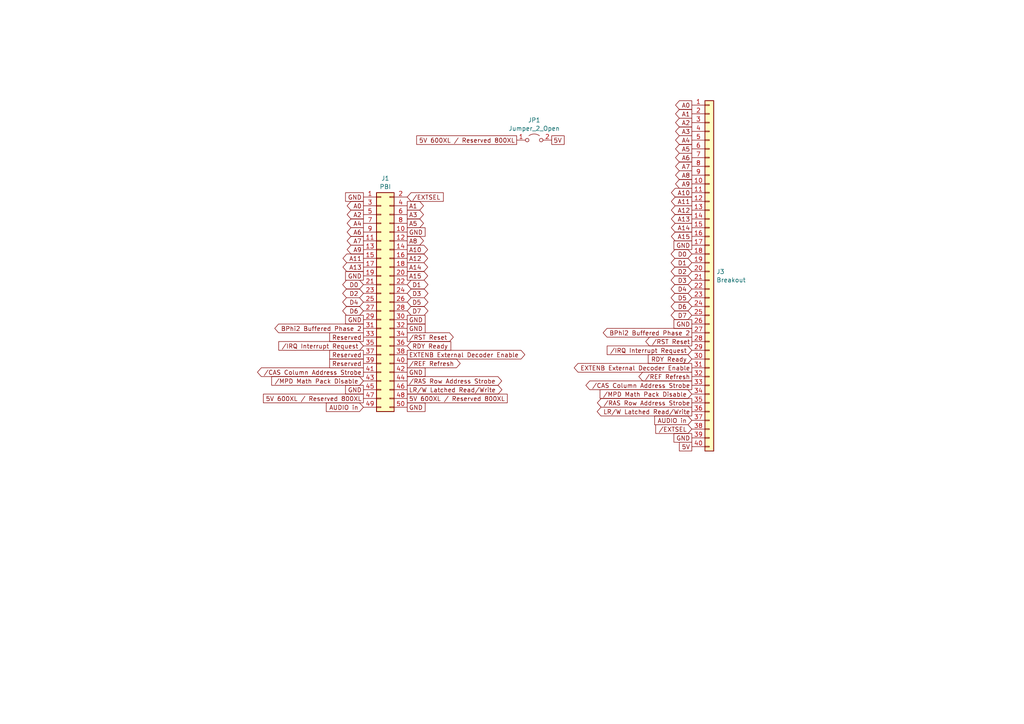
<source format=kicad_sch>
(kicad_sch (version 20230121) (generator eeschema)
  (paper "A4")
  (title_block (title "PBI breakout board") (date "2024-01-17") (rev "1"))
  (lib_symbols
    (symbol "Connector_Generic:Conn_01x40" (pin_names (offset 1.016) hide)
      (property "Reference" "J" (at 0 50.8 0))
      (property "Value" "Conn_01x40" (at 0 -53.34 0))
      (symbol "Conn_01x40_1_1"
        (rectangle (start -1.27 -50.673) (end 0 -50.927) (stroke (width 0.1524)))
        (rectangle (start -1.27 -48.133) (end 0 -48.387) (stroke (width 0.1524)))
        (rectangle (start -1.27 -45.593) (end 0 -45.847) (stroke (width 0.1524)))
        (rectangle (start -1.27 -43.053) (end 0 -43.307) (stroke (width 0.1524)))
        (rectangle (start -1.27 -40.513) (end 0 -40.767) (stroke (width 0.1524)))
        (rectangle (start -1.27 -37.973) (end 0 -38.227) (stroke (width 0.1524)))
        (rectangle (start -1.27 -35.433) (end 0 -35.687) (stroke (width 0.1524)))
        (rectangle (start -1.27 -32.893) (end 0 -33.147) (stroke (width 0.1524)))
        (rectangle (start -1.27 -30.353) (end 0 -30.607) (stroke (width 0.1524)))
        (rectangle (start -1.27 -27.813) (end 0 -28.067) (stroke (width 0.1524)))
        (rectangle (start -1.27 -25.273) (end 0 -25.527) (stroke (width 0.1524)))
        (rectangle (start -1.27 -22.733) (end 0 -22.987) (stroke (width 0.1524)))
        (rectangle (start -1.27 -20.193) (end 0 -20.447) (stroke (width 0.1524)))
        (rectangle (start -1.27 -17.653) (end 0 -17.907) (stroke (width 0.1524)))
        (rectangle (start -1.27 -15.113) (end 0 -15.367) (stroke (width 0.1524)))
        (rectangle (start -1.27 -12.573) (end 0 -12.827) (stroke (width 0.1524)))
        (rectangle (start -1.27 -10.033) (end 0 -10.287) (stroke (width 0.1524)))
        (rectangle (start -1.27 -7.493) (end 0 -7.747) (stroke (width 0.1524)))
        (rectangle (start -1.27 -4.953) (end 0 -5.207) (stroke (width 0.1524)))
        (rectangle (start -1.27 -2.413) (end 0 -2.667) (stroke (width 0.1524)))
        (rectangle (start -1.27 0.127) (end 0 -0.127) (stroke (width 0.1524)))
        (rectangle (start -1.27 2.667) (end 0 2.413) (stroke (width 0.1524)))
        (rectangle (start -1.27 5.207) (end 0 4.953) (stroke (width 0.1524)))
        (rectangle (start -1.27 7.747) (end 0 7.493) (stroke (width 0.1524)))
        (rectangle (start -1.27 10.287) (end 0 10.033) (stroke (width 0.1524)))
        (rectangle (start -1.27 12.827) (end 0 12.573) (stroke (width 0.1524)))
        (rectangle (start -1.27 15.367) (end 0 15.113) (stroke (width 0.1524)))
        (rectangle (start -1.27 17.907) (end 0 17.653) (stroke (width 0.1524)))
        (rectangle (start -1.27 20.447) (end 0 20.193) (stroke (width 0.1524)))
        (rectangle (start -1.27 22.987) (end 0 22.733) (stroke (width 0.1524)))
        (rectangle (start -1.27 25.527) (end 0 25.273) (stroke (width 0.1524)))
        (rectangle (start -1.27 28.067) (end 0 27.813) (stroke (width 0.1524)))
        (rectangle (start -1.27 30.607) (end 0 30.353) (stroke (width 0.1524)))
        (rectangle (start -1.27 33.147) (end 0 32.893) (stroke (width 0.1524)))
        (rectangle (start -1.27 35.687) (end 0 35.433) (stroke (width 0.1524)))
        (rectangle (start -1.27 38.227) (end 0 37.973) (stroke (width 0.1524)))
        (rectangle (start -1.27 40.767) (end 0 40.513) (stroke (width 0.1524)))
        (rectangle (start -1.27 43.307) (end 0 43.053) (stroke (width 0.1524)))
        (rectangle (start -1.27 45.847) (end 0 45.593) (stroke (width 0.1524)))
        (rectangle (start -1.27 48.387) (end 0 48.133) (stroke (width 0.1524)))
        (rectangle (start -1.27 49.53) (end 1.27 -52.07) (stroke (width 0.254)) (fill (type background)))
        (pin passive line (at -5.08 48.26 0) (length 3.81) (name "Pin_1") (number "1"))
        (pin passive line (at -5.08 25.4 0) (length 3.81) (name "Pin_10") (number "10"))
        (pin passive line (at -5.08 22.86 0) (length 3.81) (name "Pin_11") (number "11"))
        (pin passive line (at -5.08 20.32 0) (length 3.81) (name "Pin_12") (number "12"))
        (pin passive line (at -5.08 17.78 0) (length 3.81) (name "Pin_13") (number "13"))
        (pin passive line (at -5.08 15.24 0) (length 3.81) (name "Pin_14") (number "14"))
        (pin passive line (at -5.08 12.7 0) (length 3.81) (name "Pin_15") (number "15"))
        (pin passive line (at -5.08 10.16 0) (length 3.81) (name "Pin_16") (number "16"))
        (pin passive line (at -5.08 7.62 0) (length 3.81) (name "Pin_17") (number "17"))
        (pin passive line (at -5.08 5.08 0) (length 3.81) (name "Pin_18") (number "18"))
        (pin passive line (at -5.08 2.54 0) (length 3.81) (name "Pin_19") (number "19"))
        (pin passive line (at -5.08 45.72 0) (length 3.81) (name "Pin_2") (number "2"))
        (pin passive line (at -5.08 0 0) (length 3.81) (name "Pin_20") (number "20"))
        (pin passive line (at -5.08 -2.54 0) (length 3.81) (name "Pin_21") (number "21"))
        (pin passive line (at -5.08 -5.08 0) (length 3.81) (name "Pin_22") (number "22"))
        (pin passive line (at -5.08 -7.62 0) (length 3.81) (name "Pin_23") (number "23"))
        (pin passive line (at -5.08 -10.16 0) (length 3.81) (name "Pin_24") (number "24"))
        (pin passive line (at -5.08 -12.7 0) (length 3.81) (name "Pin_25") (number "25"))
        (pin passive line (at -5.08 -15.24 0) (length 3.81) (name "Pin_26") (number "26"))
        (pin passive line (at -5.08 -17.78 0) (length 3.81) (name "Pin_27") (number "27"))
        (pin passive line (at -5.08 -20.32 0) (length 3.81) (name "Pin_28") (number "28"))
        (pin passive line (at -5.08 -22.86 0) (length 3.81) (name "Pin_29") (number "29"))
        (pin passive line (at -5.08 43.18 0) (length 3.81) (name "Pin_3") (number "3"))
        (pin passive line (at -5.08 -25.4 0) (length 3.81) (name "Pin_30") (number "30"))
        (pin passive line (at -5.08 -27.94 0) (length 3.81) (name "Pin_31") (number "31"))
        (pin passive line (at -5.08 -30.48 0) (length 3.81) (name "Pin_32") (number "32"))
        (pin passive line (at -5.08 -33.02 0) (length 3.81) (name "Pin_33") (number "33"))
        (pin passive line (at -5.08 -35.56 0) (length 3.81) (name "Pin_34") (number "34"))
        (pin passive line (at -5.08 -38.1 0) (length 3.81) (name "Pin_35") (number "35"))
        (pin passive line (at -5.08 -40.64 0) (length 3.81) (name "Pin_36") (number "36"))
        (pin passive line (at -5.08 -43.18 0) (length 3.81) (name "Pin_37") (number "37"))
        (pin passive line (at -5.08 -45.72 0) (length 3.81) (name "Pin_38") (number "38"))
        (pin passive line (at -5.08 -48.26 0) (length 3.81) (name "Pin_39") (number "39"))
        (pin passive line (at -5.08 40.64 0) (length 3.81) (name "Pin_4") (number "4"))
        (pin passive line (at -5.08 -50.8 0) (length 3.81) (name "Pin_40") (number "40"))
        (pin passive line (at -5.08 38.1 0) (length 3.81) (name "Pin_5") (number "5"))
        (pin passive line (at -5.08 35.56 0) (length 3.81) (name "Pin_6") (number "6"))
        (pin passive line (at -5.08 33.02 0) (length 3.81) (name "Pin_7") (number "7"))
        (pin passive line (at -5.08 30.48 0) (length 3.81) (name "Pin_8") (number "8"))
        (pin passive line (at -5.08 27.94 0) (length 3.81) (name "Pin_9") (number "9"))
      )
    )
    (symbol "Connector_Generic:Conn_02x25_Odd_Even" (pin_names (offset 1.016) hide)
      (property "Reference" "J" (at 1.27 33.02 0))
      (property "Value" "Conn_02x25_Odd_Even" (at 1.27 -33.02 0))
      (symbol "Conn_02x25_Odd_Even_1_1"
        (rectangle (start -1.27 -30.353) (end 0 -30.607) (stroke (width 0.1524)))
        (rectangle (start -1.27 -27.813) (end 0 -28.067) (stroke (width 0.1524)))
        (rectangle (start -1.27 -25.273) (end 0 -25.527) (stroke (width 0.1524)))
        (rectangle (start -1.27 -22.733) (end 0 -22.987) (stroke (width 0.1524)))
        (rectangle (start -1.27 -20.193) (end 0 -20.447) (stroke (width 0.1524)))
        (rectangle (start -1.27 -17.653) (end 0 -17.907) (stroke (width 0.1524)))
        (rectangle (start -1.27 -15.113) (end 0 -15.367) (stroke (width 0.1524)))
        (rectangle (start -1.27 -12.573) (end 0 -12.827) (stroke (width 0.1524)))
        (rectangle (start -1.27 -10.033) (end 0 -10.287) (stroke (width 0.1524)))
        (rectangle (start -1.27 -7.493) (end 0 -7.747) (stroke (width 0.1524)))
        (rectangle (start -1.27 -4.953) (end 0 -5.207) (stroke (width 0.1524)))
        (rectangle (start -1.27 -2.413) (end 0 -2.667) (stroke (width 0.1524)))
        (rectangle (start -1.27 0.127) (end 0 -0.127) (stroke (width 0.1524)))
        (rectangle (start -1.27 2.667) (end 0 2.413) (stroke (width 0.1524)))
        (rectangle (start -1.27 5.207) (end 0 4.953) (stroke (width 0.1524)))
        (rectangle (start -1.27 7.747) (end 0 7.493) (stroke (width 0.1524)))
        (rectangle (start -1.27 10.287) (end 0 10.033) (stroke (width 0.1524)))
        (rectangle (start -1.27 12.827) (end 0 12.573) (stroke (width 0.1524)))
        (rectangle (start -1.27 15.367) (end 0 15.113) (stroke (width 0.1524)))
        (rectangle (start -1.27 17.907) (end 0 17.653) (stroke (width 0.1524)))
        (rectangle (start -1.27 20.447) (end 0 20.193) (stroke (width 0.1524)))
        (rectangle (start -1.27 22.987) (end 0 22.733) (stroke (width 0.1524)))
        (rectangle (start -1.27 25.527) (end 0 25.273) (stroke (width 0.1524)))
        (rectangle (start -1.27 28.067) (end 0 27.813) (stroke (width 0.1524)))
        (rectangle (start -1.27 30.607) (end 0 30.353) (stroke (width 0.1524)))
        (rectangle (start -1.27 31.75) (end 3.81 -31.75) (stroke (width 0.254)) (fill (type background)))
        (rectangle (start 3.81 -30.353) (end 2.54 -30.607) (stroke (width 0.1524)))
        (rectangle (start 3.81 -27.813) (end 2.54 -28.067) (stroke (width 0.1524)))
        (rectangle (start 3.81 -25.273) (end 2.54 -25.527) (stroke (width 0.1524)))
        (rectangle (start 3.81 -22.733) (end 2.54 -22.987) (stroke (width 0.1524)))
        (rectangle (start 3.81 -20.193) (end 2.54 -20.447) (stroke (width 0.1524)))
        (rectangle (start 3.81 -17.653) (end 2.54 -17.907) (stroke (width 0.1524)))
        (rectangle (start 3.81 -15.113) (end 2.54 -15.367) (stroke (width 0.1524)))
        (rectangle (start 3.81 -12.573) (end 2.54 -12.827) (stroke (width 0.1524)))
        (rectangle (start 3.81 -10.033) (end 2.54 -10.287) (stroke (width 0.1524)))
        (rectangle (start 3.81 -7.493) (end 2.54 -7.747) (stroke (width 0.1524)))
        (rectangle (start 3.81 -4.953) (end 2.54 -5.207) (stroke (width 0.1524)))
        (rectangle (start 3.81 -2.413) (end 2.54 -2.667) (stroke (width 0.1524)))
        (rectangle (start 3.81 0.127) (end 2.54 -0.127) (stroke (width 0.1524)))
        (rectangle (start 3.81 2.667) (end 2.54 2.413) (stroke (width 0.1524)))
        (rectangle (start 3.81 5.207) (end 2.54 4.953) (stroke (width 0.1524)))
        (rectangle (start 3.81 7.747) (end 2.54 7.493) (stroke (width 0.1524)))
        (rectangle (start 3.81 10.287) (end 2.54 10.033) (stroke (width 0.1524)))
        (rectangle (start 3.81 12.827) (end 2.54 12.573) (stroke (width 0.1524)))
        (rectangle (start 3.81 15.367) (end 2.54 15.113) (stroke (width 0.1524)))
        (rectangle (start 3.81 17.907) (end 2.54 17.653) (stroke (width 0.1524)))
        (rectangle (start 3.81 20.447) (end 2.54 20.193) (stroke (width 0.1524)))
        (rectangle (start 3.81 22.987) (end 2.54 22.733) (stroke (width 0.1524)))
        (rectangle (start 3.81 25.527) (end 2.54 25.273) (stroke (width 0.1524)))
        (rectangle (start 3.81 28.067) (end 2.54 27.813) (stroke (width 0.1524)))
        (rectangle (start 3.81 30.607) (end 2.54 30.353) (stroke (width 0.1524)))
        (pin passive line (at -5.08 30.48 0) (length 3.81) (name "Pin_1") (number "1"))
        (pin passive line (at 7.62 20.32 180) (length 3.81) (name "Pin_10") (number "10"))
        (pin passive line (at -5.08 17.78 0) (length 3.81) (name "Pin_11") (number "11"))
        (pin passive line (at 7.62 17.78 180) (length 3.81) (name "Pin_12") (number "12"))
        (pin passive line (at -5.08 15.24 0) (length 3.81) (name "Pin_13") (number "13"))
        (pin passive line (at 7.62 15.24 180) (length 3.81) (name "Pin_14") (number "14"))
        (pin passive line (at -5.08 12.7 0) (length 3.81) (name "Pin_15") (number "15"))
        (pin passive line (at 7.62 12.7 180) (length 3.81) (name "Pin_16") (number "16"))
        (pin passive line (at -5.08 10.16 0) (length 3.81) (name "Pin_17") (number "17"))
        (pin passive line (at 7.62 10.16 180) (length 3.81) (name "Pin_18") (number "18"))
        (pin passive line (at -5.08 7.62 0) (length 3.81) (name "Pin_19") (number "19"))
        (pin passive line (at 7.62 30.48 180) (length 3.81) (name "Pin_2") (number "2"))
        (pin passive line (at 7.62 7.62 180) (length 3.81) (name "Pin_20") (number "20"))
        (pin passive line (at -5.08 5.08 0) (length 3.81) (name "Pin_21") (number "21"))
        (pin passive line (at 7.62 5.08 180) (length 3.81) (name "Pin_22") (number "22"))
        (pin passive line (at -5.08 2.54 0) (length 3.81) (name "Pin_23") (number "23"))
        (pin passive line (at 7.62 2.54 180) (length 3.81) (name "Pin_24") (number "24"))
        (pin passive line (at -5.08 0 0) (length 3.81) (name "Pin_25") (number "25"))
        (pin passive line (at 7.62 0 180) (length 3.81) (name "Pin_26") (number "26"))
        (pin passive line (at -5.08 -2.54 0) (length 3.81) (name "Pin_27") (number "27"))
        (pin passive line (at 7.62 -2.54 180) (length 3.81) (name "Pin_28") (number "28"))
        (pin passive line (at -5.08 -5.08 0) (length 3.81) (name "Pin_29") (number "29"))
        (pin passive line (at -5.08 27.94 0) (length 3.81) (name "Pin_3") (number "3"))
        (pin passive line (at 7.62 -5.08 180) (length 3.81) (name "Pin_30") (number "30"))
        (pin passive line (at -5.08 -7.62 0) (length 3.81) (name "Pin_31") (number "31"))
        (pin passive line (at 7.62 -7.62 180) (length 3.81) (name "Pin_32") (number "32"))
        (pin passive line (at -5.08 -10.16 0) (length 3.81) (name "Pin_33") (number "33"))
        (pin passive line (at 7.62 -10.16 180) (length 3.81) (name "Pin_34") (number "34"))
        (pin passive line (at -5.08 -12.7 0) (length 3.81) (name "Pin_35") (number "35"))
        (pin passive line (at 7.62 -12.7 180) (length 3.81) (name "Pin_36") (number "36"))
        (pin passive line (at -5.08 -15.24 0) (length 3.81) (name "Pin_37") (number "37"))
        (pin passive line (at 7.62 -15.24 180) (length 3.81) (name "Pin_38") (number "38"))
        (pin passive line (at -5.08 -17.78 0) (length 3.81) (name "Pin_39") (number "39"))
        (pin passive line (at 7.62 27.94 180) (length 3.81) (name "Pin_4") (number "4"))
        (pin passive line (at 7.62 -17.78 180) (length 3.81) (name "Pin_40") (number "40"))
        (pin passive line (at -5.08 -20.32 0) (length 3.81) (name "Pin_41") (number "41"))
        (pin passive line (at 7.62 -20.32 180) (length 3.81) (name "Pin_42") (number "42"))
        (pin passive line (at -5.08 -22.86 0) (length 3.81) (name "Pin_43") (number "43"))
        (pin passive line (at 7.62 -22.86 180) (length 3.81) (name "Pin_44") (number "44"))
        (pin passive line (at -5.08 -25.4 0) (length 3.81) (name "Pin_45") (number "45"))
        (pin passive line (at 7.62 -25.4 180) (length 3.81) (name "Pin_46") (number "46"))
        (pin passive line (at -5.08 -27.94 0) (length 3.81) (name "Pin_47") (number "47"))
        (pin passive line (at 7.62 -27.94 180) (length 3.81) (name "Pin_48") (number "48"))
        (pin passive line (at -5.08 -30.48 0) (length 3.81) (name "Pin_49") (number "49"))
        (pin passive line (at -5.08 25.4 0) (length 3.81) (name "Pin_5") (number "5"))
        (pin passive line (at 7.62 -30.48 180) (length 3.81) (name "Pin_50") (number "50"))
        (pin passive line (at 7.62 25.4 180) (length 3.81) (name "Pin_6") (number "6"))
        (pin passive line (at -5.08 22.86 0) (length 3.81) (name "Pin_7") (number "7"))
        (pin passive line (at 7.62 22.86 180) (length 3.81) (name "Pin_8") (number "8"))
        (pin passive line (at -5.08 20.32 0) (length 3.81) (name "Pin_9") (number "9"))
      )
    )
    (symbol "Jumper:Jumper_2_Open" (pin_names (offset 0) hide)
      (property "Reference" "JP" (at 0 2.794 0))
      (property "Value" "Jumper_2_Open" (at 0 -2.286 0))
      (symbol "Jumper_2_Open_0_0"
        (circle (center -2.032 0) (radius 0.508))
        (circle (center 2.032 0) (radius 0.508))
      )
      (symbol "Jumper_2_Open_0_1"
        (arc (start 1.524 1.27) (mid 0 1.778) (end -1.524 1.27))
      )
      (symbol "Jumper_2_Open_1_1"
        (pin passive line (at -5.08 0 0) (length 2.54) (name "A") (number "1"))
        (pin passive line (at 5.08 0 180) (length 2.54) (name "B") (number "2"))
      )
    )
  )
  (global_label "A8" (shape output) (at 200.66 50.8 180) (property "Intersheetrefs" "${INTERSHEET_REFS}" (effects hide)))
  (global_label "A0" (shape output) (at 200.66 30.48 180) (property "Intersheetrefs" "${INTERSHEET_REFS}" (effects hide)))
  (global_label "5V 600XL {slash} Reserved 800XL" (shape passive) (at 149.86 40.64 180) (property "Intersheetrefs" "${INTERSHEET_REFS}" (effects hide)))
  (global_label "GND" (shape passive) (at 118.11 95.25 0) (property "Intersheetrefs" "${INTERSHEET_REFS}" (effects hide)))
  (global_label "Reserved" (shape passive) (at 105.41 102.87 180) (property "Intersheetrefs" "${INTERSHEET_REFS}" (effects hide)))
  (global_label "D3" (shape bidirectional) (at 118.11 85.09 0) (property "Intersheetrefs" "${INTERSHEET_REFS}" (effects hide)))
  (global_label "AUDIO in" (shape input) (at 105.41 118.11 180) (property "Intersheetrefs" "${INTERSHEET_REFS}" (effects hide)))
  (global_label "A9" (shape output) (at 105.41 72.39 180) (property "Intersheetrefs" "${INTERSHEET_REFS}" (effects hide)))
  (global_label "A7" (shape output) (at 200.66 48.26 180) (property "Intersheetrefs" "${INTERSHEET_REFS}" (effects hide)))
  (global_label "5V" (shape passive) (at 200.66 129.54 180) (property "Intersheetrefs" "${INTERSHEET_REFS}" (effects hide)))
  (global_label "GND" (shape passive) (at 200.66 71.12 180) (property "Intersheetrefs" "${INTERSHEET_REFS}" (effects hide)))
  (global_label "GND" (shape passive) (at 118.11 107.95 0) (property "Intersheetrefs" "${INTERSHEET_REFS}" (effects hide)))
  (global_label "{slash}RST Reset" (shape output) (at 200.66 99.06 180) (property "Intersheetrefs" "${INTERSHEET_REFS}" (effects hide)))
  (global_label "A8" (shape output) (at 118.11 69.85 0) (property "Intersheetrefs" "${INTERSHEET_REFS}" (effects hide)))
  (global_label "D2" (shape bidirectional) (at 200.66 78.74 180) (property "Intersheetrefs" "${INTERSHEET_REFS}" (effects hide)))
  (global_label "A2" (shape output) (at 200.66 35.56 180) (property "Intersheetrefs" "${INTERSHEET_REFS}" (effects hide)))
  (global_label "Reserved" (shape passive) (at 105.41 97.79 180) (property "Intersheetrefs" "${INTERSHEET_REFS}" (effects hide)))
  (global_label "RDY Ready" (shape input) (at 118.11 100.33 0) (property "Intersheetrefs" "${INTERSHEET_REFS}" (effects hide)))
  (global_label "A6" (shape output) (at 105.41 67.31 180) (property "Intersheetrefs" "${INTERSHEET_REFS}" (effects hide)))
  (global_label "A9" (shape output) (at 200.66 53.34 180) (property "Intersheetrefs" "${INTERSHEET_REFS}" (effects hide)))
  (global_label "GND" (shape passive) (at 105.41 80.01 180) (property "Intersheetrefs" "${INTERSHEET_REFS}" (effects hide)))
  (global_label "{slash}CAS Column Address Strobe" (shape output) (at 200.66 111.76 180) (property "Intersheetrefs" "${INTERSHEET_REFS}" (effects hide)))
  (global_label "A15" (shape output) (at 200.66 68.58 180) (property "Intersheetrefs" "${INTERSHEET_REFS}" (effects hide)))
  (global_label "A10" (shape output) (at 200.66 55.88 180) (property "Intersheetrefs" "${INTERSHEET_REFS}" (effects hide)))
  (global_label "A14" (shape output) (at 118.11 77.47 0) (property "Intersheetrefs" "${INTERSHEET_REFS}" (effects hide)))
  (global_label "{slash}RAS Row Address Strobe" (shape output) (at 118.11 110.49 0) (property "Intersheetrefs" "${INTERSHEET_REFS}" (effects hide)))
  (global_label "LR{slash}W Latched Read{slash}Write" (shape output) (at 200.66 119.38 180) (property "Intersheetrefs" "${INTERSHEET_REFS}" (effects hide)))
  (global_label "D0" (shape bidirectional) (at 200.66 73.66 180) (property "Intersheetrefs" "${INTERSHEET_REFS}" (effects hide)))
  (global_label "A2" (shape output) (at 105.41 62.23 180) (property "Intersheetrefs" "${INTERSHEET_REFS}" (effects hide)))
  (global_label "A5" (shape output) (at 200.66 43.18 180) (property "Intersheetrefs" "${INTERSHEET_REFS}" (effects hide)))
  (global_label "{slash}RST Reset" (shape output) (at 118.11 97.79 0) (property "Intersheetrefs" "${INTERSHEET_REFS}" (effects hide)))
  (global_label "GND" (shape passive) (at 118.11 92.71 0) (property "Intersheetrefs" "${INTERSHEET_REFS}" (effects hide)))
  (global_label "D1" (shape bidirectional) (at 118.11 82.55 0) (property "Intersheetrefs" "${INTERSHEET_REFS}" (effects hide)))
  (global_label "GND" (shape passive) (at 200.66 93.98 180) (property "Intersheetrefs" "${INTERSHEET_REFS}" (effects hide)))
  (global_label "A1" (shape output) (at 200.66 33.02 180) (property "Intersheetrefs" "${INTERSHEET_REFS}" (effects hide)))
  (global_label "D6" (shape bidirectional) (at 105.41 90.17 180) (property "Intersheetrefs" "${INTERSHEET_REFS}" (effects hide)))
  (global_label "GND" (shape passive) (at 105.41 92.71 180) (property "Intersheetrefs" "${INTERSHEET_REFS}" (effects hide)))
  (global_label "A12" (shape output) (at 118.11 74.93 0) (property "Intersheetrefs" "${INTERSHEET_REFS}" (effects hide)))
  (global_label "A4" (shape output) (at 200.66 40.64 180) (property "Intersheetrefs" "${INTERSHEET_REFS}" (effects hide)))
  (global_label "D4" (shape bidirectional) (at 200.66 83.82 180) (property "Intersheetrefs" "${INTERSHEET_REFS}" (effects hide)))
  (global_label "A15" (shape output) (at 118.11 80.01 0) (property "Intersheetrefs" "${INTERSHEET_REFS}" (effects hide)))
  (global_label "D4" (shape bidirectional) (at 105.41 87.63 180) (property "Intersheetrefs" "${INTERSHEET_REFS}" (effects hide)))
  (global_label "AUDIO in" (shape input) (at 200.66 121.92 180) (property "Intersheetrefs" "${INTERSHEET_REFS}" (effects hide)))
  (global_label "A0" (shape output) (at 105.41 59.69 180) (property "Intersheetrefs" "${INTERSHEET_REFS}" (effects hide)))
  (global_label "A7" (shape output) (at 105.41 69.85 180) (property "Intersheetrefs" "${INTERSHEET_REFS}" (effects hide)))
  (global_label "GND" (shape passive) (at 118.11 67.31 0) (property "Intersheetrefs" "${INTERSHEET_REFS}" (effects hide)))
  (global_label "A5" (shape output) (at 118.11 64.77 0) (property "Intersheetrefs" "${INTERSHEET_REFS}" (effects hide)))
  (global_label "A10" (shape output) (at 118.11 72.39 0) (property "Intersheetrefs" "${INTERSHEET_REFS}" (effects hide)))
  (global_label "Reserved" (shape passive) (at 105.41 105.41 180) (property "Intersheetrefs" "${INTERSHEET_REFS}" (effects hide)))
  (global_label "{slash}EXTSEL" (shape input) (at 118.11 57.15 0) (property "Intersheetrefs" "${INTERSHEET_REFS}" (effects hide)))
  (global_label "BPhi2 Buffered Phase 2" (shape output) (at 105.41 95.25 180) (property "Intersheetrefs" "${INTERSHEET_REFS}" (effects hide)))
  (global_label "D5" (shape bidirectional) (at 200.66 86.36 180) (property "Intersheetrefs" "${INTERSHEET_REFS}" (effects hide)))
  (global_label "D1" (shape bidirectional) (at 200.66 76.2 180) (property "Intersheetrefs" "${INTERSHEET_REFS}" (effects hide)))
  (global_label "A3" (shape output) (at 118.11 62.23 0) (property "Intersheetrefs" "${INTERSHEET_REFS}" (effects hide)))
  (global_label "{slash}RAS Row Address Strobe" (shape output) (at 200.66 116.84 180) (property "Intersheetrefs" "${INTERSHEET_REFS}" (effects hide)))
  (global_label "5V 600XL {slash} Reserved 800XL" (shape passive) (at 118.11 115.57 0) (property "Intersheetrefs" "${INTERSHEET_REFS}" (effects hide)))
  (global_label "{slash}IRQ Interrupt Request" (shape input) (at 200.66 101.6 180) (property "Intersheetrefs" "${INTERSHEET_REFS}" (effects hide)))
  (global_label "D6" (shape bidirectional) (at 200.66 88.9 180) (property "Intersheetrefs" "${INTERSHEET_REFS}" (effects hide)))
  (global_label "A12" (shape output) (at 200.66 60.96 180) (property "Intersheetrefs" "${INTERSHEET_REFS}" (effects hide)))
  (global_label "{slash}REF Refresh" (shape output) (at 200.66 109.22 180) (property "Intersheetrefs" "${INTERSHEET_REFS}" (effects hide)))
  (global_label "GND" (shape passive) (at 105.41 57.15 180) (property "Intersheetrefs" "${INTERSHEET_REFS}" (effects hide)))
  (global_label "A13" (shape output) (at 200.66 63.5 180) (property "Intersheetrefs" "${INTERSHEET_REFS}" (effects hide)))
  (global_label "{slash}IRQ Interrupt Request" (shape input) (at 105.41 100.33 180) (property "Intersheetrefs" "${INTERSHEET_REFS}" (effects hide)))
  (global_label "RDY Ready" (shape input) (at 200.66 104.14 180) (property "Intersheetrefs" "${INTERSHEET_REFS}" (effects hide)))
  (global_label "{slash}EXTSEL" (shape input) (at 200.66 124.46 180) (property "Intersheetrefs" "${INTERSHEET_REFS}" (effects hide)))
  (global_label "A3" (shape output) (at 200.66 38.1 180) (property "Intersheetrefs" "${INTERSHEET_REFS}" (effects hide)))
  (global_label "A11" (shape output) (at 105.41 74.93 180) (property "Intersheetrefs" "${INTERSHEET_REFS}" (effects hide)))
  (global_label "D7" (shape bidirectional) (at 118.11 90.17 0) (property "Intersheetrefs" "${INTERSHEET_REFS}" (effects hide)))
  (global_label "GND" (shape passive) (at 105.41 113.03 180) (property "Intersheetrefs" "${INTERSHEET_REFS}" (effects hide)))
  (global_label "D5" (shape bidirectional) (at 118.11 87.63 0) (property "Intersheetrefs" "${INTERSHEET_REFS}" (effects hide)))
  (global_label "EXTENB External Decoder Enable" (shape output) (at 200.66 106.68 180) (property "Intersheetrefs" "${INTERSHEET_REFS}" (effects hide)))
  (global_label "{slash}MPD Math Pack Disable" (shape input) (at 200.66 114.3 180) (property "Intersheetrefs" "${INTERSHEET_REFS}" (effects hide)))
  (global_label "{slash}CAS Column Address Strobe" (shape output) (at 105.41 107.95 180) (property "Intersheetrefs" "${INTERSHEET_REFS}" (effects hide)))
  (global_label "D7" (shape bidirectional) (at 200.66 91.44 180) (property "Intersheetrefs" "${INTERSHEET_REFS}" (effects hide)))
  (global_label "A14" (shape output) (at 200.66 66.04 180) (property "Intersheetrefs" "${INTERSHEET_REFS}" (effects hide)))
  (global_label "EXTENB External Decoder Enable" (shape output) (at 118.11 102.87 0) (property "Intersheetrefs" "${INTERSHEET_REFS}" (effects hide)))
  (global_label "D0" (shape bidirectional) (at 105.41 82.55 180) (property "Intersheetrefs" "${INTERSHEET_REFS}" (effects hide)))
  (global_label "D2" (shape bidirectional) (at 105.41 85.09 180) (property "Intersheetrefs" "${INTERSHEET_REFS}" (effects hide)))
  (global_label "LR{slash}W Latched Read{slash}Write" (shape output) (at 118.11 113.03 0) (property "Intersheetrefs" "${INTERSHEET_REFS}" (effects hide)))
  (global_label "5V 600XL {slash} Reserved 800XL" (shape passive) (at 105.41 115.57 180) (property "Intersheetrefs" "${INTERSHEET_REFS}" (effects hide)))
  (global_label "BPhi2 Buffered Phase 2" (shape output) (at 200.66 96.52 180) (property "Intersheetrefs" "${INTERSHEET_REFS}" (effects hide)))
  (global_label "A4" (shape output) (at 105.41 64.77 180) (property "Intersheetrefs" "${INTERSHEET_REFS}" (effects hide)))
  (global_label "D3" (shape bidirectional) (at 200.66 81.28 180) (property "Intersheetrefs" "${INTERSHEET_REFS}" (effects hide)))
  (global_label "5V" (shape passive) (at 160.02 40.64 0) (property "Intersheetrefs" "${INTERSHEET_REFS}" (effects hide)))
  (global_label "A13" (shape output) (at 105.41 77.47 180) (property "Intersheetrefs" "${INTERSHEET_REFS}" (effects hide)))
  (global_label "{slash}REF Refresh" (shape output) (at 118.11 105.41 0) (property "Intersheetrefs" "${INTERSHEET_REFS}" (effects hide)))
  (global_label "A11" (shape output) (at 200.66 58.42 180) (property "Intersheetrefs" "${INTERSHEET_REFS}" (effects hide)))
  (global_label "GND" (shape passive) (at 118.11 118.11 0) (property "Intersheetrefs" "${INTERSHEET_REFS}" (effects hide)))
  (global_label "{slash}MPD Math Pack Disable" (shape input) (at 105.41 110.49 180) (property "Intersheetrefs" "${INTERSHEET_REFS}" (effects hide)))
  (global_label "GND" (shape passive) (at 200.66 127 180) (property "Intersheetrefs" "${INTERSHEET_REFS}" (effects hide)))
  (global_label "A6" (shape output) (at 200.66 45.72 180) (property "Intersheetrefs" "${INTERSHEET_REFS}" (effects hide)))
  (global_label "A1" (shape output) (at 118.11 59.69 0) (property "Intersheetrefs" "${INTERSHEET_REFS}" (effects hide)))
  (symbol (lib_id "Jumper:Jumper_2_Open") (at 154.94 40.64 0) (unit 1)
    (property "Reference" "JP1" (at 154.94 34.8447 0))
    (property "Value" "Jumper_2_Open" (at 154.94 37.2689 0))
    (property "Footprint" "Connector_PinHeader_2.54mm:PinHeader_1x02_P2.54mm_Vertical" (effects hide))
  )
  (symbol (lib_id "Connector_Generic:Conn_02x25_Odd_Even") (at 110.49 87.63 0) (unit 1)
    (property "Reference" "J1" (at 111.76 51.7357 0))
    (property "Value" "PBI" (at 111.76 54.1599 0))
    (property "Footprint" "bullet-time:PBI Edge Connector" (effects hide))
  )
  (symbol (lib_id "Connector_Generic:Conn_01x40") (at 205.74 78.74 0) (unit 1)
    (property "Reference" "J3" (at 207.772 78.7979 0) (effects (justify left)))
    (property "Value" "Breakout" (at 207.772 81.2221 0) (effects (justify left)))
    (property "Footprint" "Connector_PinHeader_2.54mm:PinHeader_1x40_P2.54mm_Horizontal" (effects hide))
  )
)
</source>
